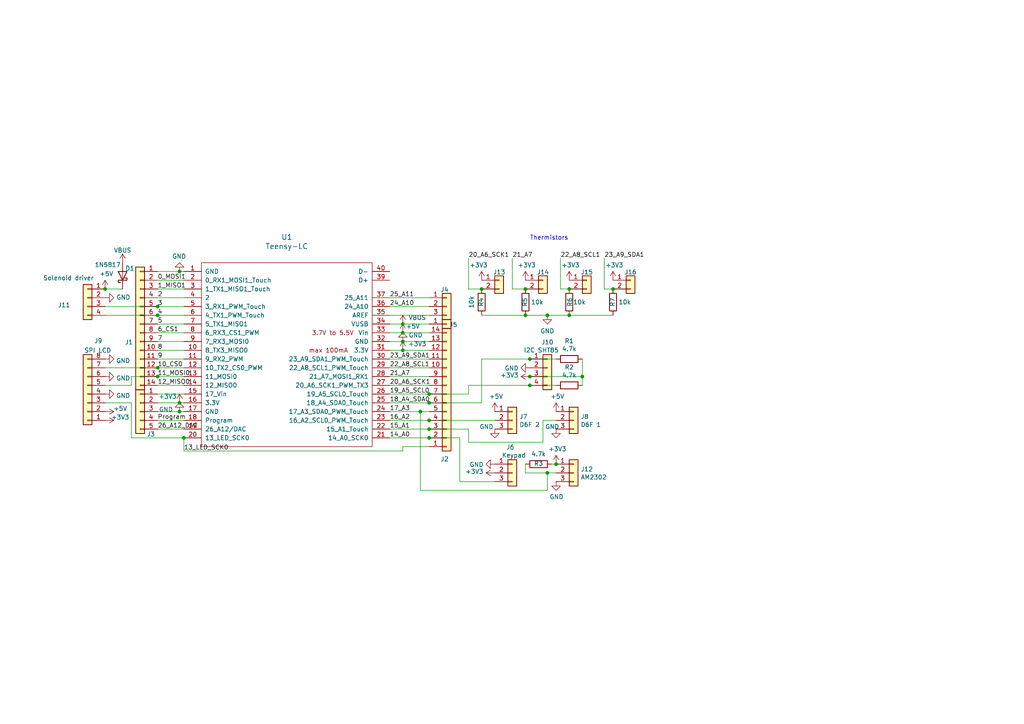
<source format=kicad_sch>
(kicad_sch (version 20210621) (generator eeschema)
  (paper "A4")
  (lib_symbols
    (symbol "Connector_Generic:Conn_01x01" (pin_names (offset 1.016) hide)
      (property "Reference" "J" (at 0 2.54 0))
      (property "Value" "Conn_01x01" (at 0 -2.54 0))
      (symbol "Conn_01x01_1_1"
        (rectangle (start -1.27 0.127) (end 0 -0.127) (stroke (width 0.1524)))
        (rectangle (start -1.27 1.27) (end 1.27 -1.27) (stroke (width 0.254)) (fill (type background)))
        (pin passive line (at -5.08 0 0) (length 3.81) (name "Pin_1") (number "1"))
      )
    )
    (symbol "Connector_Generic:Conn_01x02" (pin_names (offset 1.016) hide)
      (property "Reference" "J" (at 0 2.54 0))
      (property "Value" "Conn_01x02" (at 0 -5.08 0))
      (symbol "Conn_01x02_1_1"
        (rectangle (start -1.27 -2.413) (end 0 -2.667) (stroke (width 0.1524)))
        (rectangle (start -1.27 0.127) (end 0 -0.127) (stroke (width 0.1524)))
        (rectangle (start -1.27 1.27) (end 1.27 -3.81) (stroke (width 0.254)) (fill (type background)))
        (pin passive line (at -5.08 0 0) (length 3.81) (name "Pin_1") (number "1"))
        (pin passive line (at -5.08 -2.54 0) (length 3.81) (name "Pin_2") (number "2"))
      )
    )
    (symbol "Connector_Generic:Conn_01x03" (pin_names (offset 1.016) hide)
      (property "Reference" "J" (at 0 5.08 0))
      (property "Value" "Conn_01x03" (at 0 -5.08 0))
      (symbol "Conn_01x03_1_1"
        (rectangle (start -1.27 -2.413) (end 0 -2.667) (stroke (width 0.1524)))
        (rectangle (start -1.27 0.127) (end 0 -0.127) (stroke (width 0.1524)))
        (rectangle (start -1.27 2.667) (end 0 2.413) (stroke (width 0.1524)))
        (rectangle (start -1.27 3.81) (end 1.27 -3.81) (stroke (width 0.254)) (fill (type background)))
        (pin passive line (at -5.08 2.54 0) (length 3.81) (name "Pin_1") (number "1"))
        (pin passive line (at -5.08 0 0) (length 3.81) (name "Pin_2") (number "2"))
        (pin passive line (at -5.08 -2.54 0) (length 3.81) (name "Pin_3") (number "3"))
      )
    )
    (symbol "Connector_Generic:Conn_01x04" (pin_names (offset 1.016) hide)
      (property "Reference" "J" (at 0 5.08 0))
      (property "Value" "Conn_01x04" (at 0 -7.62 0))
      (symbol "Conn_01x04_1_1"
        (rectangle (start -1.27 -4.953) (end 0 -5.207) (stroke (width 0.1524)))
        (rectangle (start -1.27 -2.413) (end 0 -2.667) (stroke (width 0.1524)))
        (rectangle (start -1.27 0.127) (end 0 -0.127) (stroke (width 0.1524)))
        (rectangle (start -1.27 2.667) (end 0 2.413) (stroke (width 0.1524)))
        (rectangle (start -1.27 3.81) (end 1.27 -6.35) (stroke (width 0.254)) (fill (type background)))
        (pin passive line (at -5.08 2.54 0) (length 3.81) (name "Pin_1") (number "1"))
        (pin passive line (at -5.08 0 0) (length 3.81) (name "Pin_2") (number "2"))
        (pin passive line (at -5.08 -2.54 0) (length 3.81) (name "Pin_3") (number "3"))
        (pin passive line (at -5.08 -5.08 0) (length 3.81) (name "Pin_4") (number "4"))
      )
    )
    (symbol "Connector_Generic:Conn_01x05" (pin_names (offset 1.016) hide)
      (property "Reference" "J" (at 0 7.62 0))
      (property "Value" "Conn_01x05" (at 0 -7.62 0))
      (symbol "Conn_01x05_1_1"
        (rectangle (start -1.27 -4.953) (end 0 -5.207) (stroke (width 0.1524)))
        (rectangle (start -1.27 -2.413) (end 0 -2.667) (stroke (width 0.1524)))
        (rectangle (start -1.27 0.127) (end 0 -0.127) (stroke (width 0.1524)))
        (rectangle (start -1.27 2.667) (end 0 2.413) (stroke (width 0.1524)))
        (rectangle (start -1.27 5.207) (end 0 4.953) (stroke (width 0.1524)))
        (rectangle (start -1.27 6.35) (end 1.27 -6.35) (stroke (width 0.254)) (fill (type background)))
        (pin passive line (at -5.08 5.08 0) (length 3.81) (name "Pin_1") (number "1"))
        (pin passive line (at -5.08 2.54 0) (length 3.81) (name "Pin_2") (number "2"))
        (pin passive line (at -5.08 0 0) (length 3.81) (name "Pin_3") (number "3"))
        (pin passive line (at -5.08 -2.54 0) (length 3.81) (name "Pin_4") (number "4"))
        (pin passive line (at -5.08 -5.08 0) (length 3.81) (name "Pin_5") (number "5"))
      )
    )
    (symbol "Connector_Generic:Conn_01x08" (pin_names (offset 1.016) hide)
      (property "Reference" "J" (at 0 10.16 0))
      (property "Value" "Conn_01x08" (at 0 -12.7 0))
      (symbol "Conn_01x08_1_1"
        (rectangle (start -1.27 -10.033) (end 0 -10.287) (stroke (width 0.1524)))
        (rectangle (start -1.27 -7.493) (end 0 -7.747) (stroke (width 0.1524)))
        (rectangle (start -1.27 -4.953) (end 0 -5.207) (stroke (width 0.1524)))
        (rectangle (start -1.27 -2.413) (end 0 -2.667) (stroke (width 0.1524)))
        (rectangle (start -1.27 0.127) (end 0 -0.127) (stroke (width 0.1524)))
        (rectangle (start -1.27 2.667) (end 0 2.413) (stroke (width 0.1524)))
        (rectangle (start -1.27 5.207) (end 0 4.953) (stroke (width 0.1524)))
        (rectangle (start -1.27 7.747) (end 0 7.493) (stroke (width 0.1524)))
        (rectangle (start -1.27 8.89) (end 1.27 -11.43) (stroke (width 0.254)) (fill (type background)))
        (pin passive line (at -5.08 7.62 0) (length 3.81) (name "Pin_1") (number "1"))
        (pin passive line (at -5.08 5.08 0) (length 3.81) (name "Pin_2") (number "2"))
        (pin passive line (at -5.08 2.54 0) (length 3.81) (name "Pin_3") (number "3"))
        (pin passive line (at -5.08 0 0) (length 3.81) (name "Pin_4") (number "4"))
        (pin passive line (at -5.08 -2.54 0) (length 3.81) (name "Pin_5") (number "5"))
        (pin passive line (at -5.08 -5.08 0) (length 3.81) (name "Pin_6") (number "6"))
        (pin passive line (at -5.08 -7.62 0) (length 3.81) (name "Pin_7") (number "7"))
        (pin passive line (at -5.08 -10.16 0) (length 3.81) (name "Pin_8") (number "8"))
      )
    )
    (symbol "Connector_Generic:Conn_01x14" (pin_names (offset 1.016) hide)
      (property "Reference" "J" (at 0 17.78 0))
      (property "Value" "Conn_01x14" (at 0 -20.32 0))
      (symbol "Conn_01x14_1_1"
        (rectangle (start -1.27 -17.653) (end 0 -17.907) (stroke (width 0.1524)))
        (rectangle (start -1.27 -15.113) (end 0 -15.367) (stroke (width 0.1524)))
        (rectangle (start -1.27 -12.573) (end 0 -12.827) (stroke (width 0.1524)))
        (rectangle (start -1.27 -10.033) (end 0 -10.287) (stroke (width 0.1524)))
        (rectangle (start -1.27 -7.493) (end 0 -7.747) (stroke (width 0.1524)))
        (rectangle (start -1.27 -4.953) (end 0 -5.207) (stroke (width 0.1524)))
        (rectangle (start -1.27 -2.413) (end 0 -2.667) (stroke (width 0.1524)))
        (rectangle (start -1.27 0.127) (end 0 -0.127) (stroke (width 0.1524)))
        (rectangle (start -1.27 2.667) (end 0 2.413) (stroke (width 0.1524)))
        (rectangle (start -1.27 5.207) (end 0 4.953) (stroke (width 0.1524)))
        (rectangle (start -1.27 7.747) (end 0 7.493) (stroke (width 0.1524)))
        (rectangle (start -1.27 10.287) (end 0 10.033) (stroke (width 0.1524)))
        (rectangle (start -1.27 12.827) (end 0 12.573) (stroke (width 0.1524)))
        (rectangle (start -1.27 15.367) (end 0 15.113) (stroke (width 0.1524)))
        (rectangle (start -1.27 16.51) (end 1.27 -19.05) (stroke (width 0.254)) (fill (type background)))
        (pin passive line (at -5.08 15.24 0) (length 3.81) (name "Pin_1") (number "1"))
        (pin passive line (at -5.08 -7.62 0) (length 3.81) (name "Pin_10") (number "10"))
        (pin passive line (at -5.08 -10.16 0) (length 3.81) (name "Pin_11") (number "11"))
        (pin passive line (at -5.08 -12.7 0) (length 3.81) (name "Pin_12") (number "12"))
        (pin passive line (at -5.08 -15.24 0) (length 3.81) (name "Pin_13") (number "13"))
        (pin passive line (at -5.08 -17.78 0) (length 3.81) (name "Pin_14") (number "14"))
        (pin passive line (at -5.08 12.7 0) (length 3.81) (name "Pin_2") (number "2"))
        (pin passive line (at -5.08 10.16 0) (length 3.81) (name "Pin_3") (number "3"))
        (pin passive line (at -5.08 7.62 0) (length 3.81) (name "Pin_4") (number "4"))
        (pin passive line (at -5.08 5.08 0) (length 3.81) (name "Pin_5") (number "5"))
        (pin passive line (at -5.08 2.54 0) (length 3.81) (name "Pin_6") (number "6"))
        (pin passive line (at -5.08 0 0) (length 3.81) (name "Pin_7") (number "7"))
        (pin passive line (at -5.08 -2.54 0) (length 3.81) (name "Pin_8") (number "8"))
        (pin passive line (at -5.08 -5.08 0) (length 3.81) (name "Pin_9") (number "9"))
      )
    )
    (symbol "Device:R" (pin_numbers hide) (pin_names (offset 0))
      (property "Reference" "R" (at 2.032 0 90))
      (property "Value" "R" (at 0 0 90))
      (symbol "R_0_1"
        (rectangle (start -1.016 -2.54) (end 1.016 2.54) (stroke (width 0.254)))
      )
      (symbol "R_1_1"
        (pin passive line (at 0 3.81 270) (length 1.27) (name "~") (number "1"))
        (pin passive line (at 0 -3.81 90) (length 1.27) (name "~") (number "2"))
      )
    )
    (symbol "Diode:1N5817" (pin_numbers hide) (pin_names (offset 1.016) hide)
      (property "Reference" "D" (at 0 2.54 0))
      (property "Value" "1N5817" (at 0 -2.54 0))
      (symbol "1N5817_0_1"
        (polyline (pts (xy 1.27 0) (xy -1.27 0)))
        (polyline (pts (xy 1.27 1.27) (xy 1.27 -1.27) (xy -1.27 0) (xy 1.27 1.27)) (stroke (width 0.254)))
        (polyline (pts (xy -1.905 0.635) (xy -1.905 1.27) (xy -1.27 1.27) (xy -1.27 -1.27) (xy -0.635 -1.27) (xy -0.635 -0.635)) (stroke (width 0.254)))
      )
      (symbol "1N5817_1_1"
        (pin passive line (at -3.81 0 0) (length 2.54) (name "K") (number "1"))
        (pin passive line (at 3.81 0 180) (length 2.54) (name "A") (number "2"))
      )
    )
    (symbol "power:+3.3V" (power) (pin_names (offset 0))
      (property "Value" "+3.3V" (at 0 3.556 0))
      (symbol "+3.3V_0_1"
        (polyline (pts (xy -0.762 1.27) (xy 0 2.54)))
        (polyline (pts (xy 0 0) (xy 0 2.54)))
        (polyline (pts (xy 0 2.54) (xy 0.762 1.27)))
      )
      (symbol "+3.3V_1_1"
        (pin power_in line (at 0 0 90) (length 0) hide (name "+3V3") (number "1"))
      )
    )
    (symbol "power:+5V" (power) (pin_names (offset 0))
      (property "Value" "+5V" (at 0 3.556 0))
      (symbol "+5V_0_1"
        (polyline (pts (xy -0.762 1.27) (xy 0 2.54)))
        (polyline (pts (xy 0 0) (xy 0 2.54)))
        (polyline (pts (xy 0 2.54) (xy 0.762 1.27)))
      )
      (symbol "+5V_1_1"
        (pin power_in line (at 0 0 90) (length 0) hide (name "+5V") (number "1"))
      )
    )
    (symbol "power:GND" (power) (pin_names (offset 0))
      (property "Value" "GND" (at 0 -3.81 0))
      (symbol "GND_0_1"
        (polyline (pts (xy 0 0) (xy 0 -1.27) (xy 1.27 -1.27) (xy 0 -2.54) (xy -1.27 -1.27) (xy 0 -1.27)))
      )
      (symbol "GND_1_1"
        (pin power_in line (at 0 0 270) (length 0) hide (name "GND") (number "1"))
      )
    )
    (symbol "power:VBUS" (power) (pin_names (offset 0))
      (property "Value" "VBUS" (at 0 3.81 0))
      (symbol "VBUS_0_1"
        (polyline (pts (xy -0.762 1.27) (xy 0 2.54)))
        (polyline (pts (xy 0 0) (xy 0 2.54)))
        (polyline (pts (xy 0 2.54) (xy 0.762 1.27)))
      )
      (symbol "VBUS_1_1"
        (pin power_in line (at 0 0 90) (length 0) hide (name "VBUS") (number "1"))
      )
    )
    (symbol "teensy:Teensy-LC" (pin_names (offset 1.016))
      (property "Reference" "U" (at 0 29.21 0))
      (property "Value" "Teensy-LC" (at 0 -29.21 0))
      (symbol "Teensy-LC_0_0"
        (text "3.7V to 5.5V" (at 13.97 6.35 0) (effects (font (size 1.27 1.27))))
        (text "max 100mA" (at 12.7 1.27 0) (effects (font (size 1.27 1.27))))
      )
      (symbol "Teensy-LC_0_1"
        (rectangle (start -24.13 26.67) (end 25.4 -26.67))
      )
      (symbol "Teensy-LC_1_1"
        (pin power_in line (at -29.21 24.13 0) (length 5.08) (name "GND") (number "1"))
        (pin bidirectional line (at -29.21 1.27 0) (length 5.08) (name "8_TX3_MISO0") (number "10"))
        (pin bidirectional line (at -29.21 -1.27 0) (length 5.08) (name "9_RX2_PWM") (number "11"))
        (pin bidirectional line (at -29.21 -3.81 0) (length 5.08) (name "10_TX2_CS0_PWM") (number "12"))
        (pin bidirectional line (at -29.21 -6.35 0) (length 5.08) (name "11_MOSI0") (number "13"))
        (pin bidirectional line (at -29.21 -8.89 0) (length 5.08) (name "12_MISO0") (number "14"))
        (pin output line (at -29.21 -11.43 0) (length 5.08) (name "17_Vin") (number "15"))
        (pin power_in line (at -29.21 -13.97 0) (length 5.08) (name "3.3V") (number "16"))
        (pin power_in line (at -29.21 -16.51 0) (length 5.08) (name "GND") (number "17"))
        (pin input line (at -29.21 -19.05 0) (length 5.08) (name "Program") (number "18"))
        (pin bidirectional line (at -29.21 -21.59 0) (length 5.08) (name "26_A12/DAC") (number "19"))
        (pin bidirectional line (at -29.21 21.59 0) (length 5.08) (name "0_RX1_MOSI1_Touch") (number "2"))
        (pin bidirectional line (at -29.21 -24.13 0) (length 5.08) (name "13_LED_SCK0") (number "20"))
        (pin bidirectional line (at 30.48 -24.13 180) (length 5.08) (name "14_A0_SCK0") (number "21"))
        (pin bidirectional line (at 30.48 -21.59 180) (length 5.08) (name "15_A1_Touch") (number "22"))
        (pin bidirectional line (at 30.48 -19.05 180) (length 5.08) (name "16_A2_SCL0_PWM_Touch") (number "23"))
        (pin bidirectional line (at 30.48 -16.51 180) (length 5.08) (name "17_A3_SDA0_PWM_Touch") (number "24"))
        (pin bidirectional line (at 30.48 -13.97 180) (length 5.08) (name "18_A4_SDA0_Touch") (number "25"))
        (pin bidirectional line (at 30.48 -11.43 180) (length 5.08) (name "19_A5_SCL0_Touch") (number "26"))
        (pin bidirectional line (at 30.48 -8.89 180) (length 5.08) (name "20_A6_SCK1_PWM_TX3") (number "27"))
        (pin bidirectional line (at 30.48 -6.35 180) (length 5.08) (name "21_A7_MOSI1_RX1") (number "28"))
        (pin bidirectional line (at 30.48 -3.81 180) (length 5.08) (name "22_A8_SCL1_PWM_Touch") (number "29"))
        (pin bidirectional line (at -29.21 19.05 0) (length 5.08) (name "1_TX1_MISO1_Touch") (number "3"))
        (pin bidirectional line (at 30.48 -1.27 180) (length 5.08) (name "23_A9_SDA1_PWM_Touch") (number "30"))
        (pin power_out line (at 30.48 1.27 180) (length 5.08) (name "3.3V") (number "31"))
        (pin power_in line (at 30.48 3.81 180) (length 5.08) (name "GND") (number "32"))
        (pin power_in line (at 30.48 6.35 180) (length 5.08) (name "Vin") (number "33"))
        (pin power_in line (at 30.48 8.89 180) (length 5.08) (name "VUSB") (number "34"))
        (pin input line (at 30.48 11.43 180) (length 5.08) (name "AREF") (number "35"))
        (pin bidirectional line (at 30.48 13.97 180) (length 5.08) (name "24_A10") (number "36"))
        (pin bidirectional line (at 30.48 16.51 180) (length 5.08) (name "25_A11") (number "37"))
        (pin bidirectional line (at 30.48 21.59 180) (length 5.08) (name "D+") (number "39"))
        (pin bidirectional line (at -29.21 16.51 0) (length 5.08) (name "2") (number "4"))
        (pin bidirectional line (at 30.48 24.13 180) (length 5.08) (name "D-") (number "40"))
        (pin bidirectional line (at -29.21 13.97 0) (length 5.08) (name "3_RX1_PWM_Touch") (number "5"))
        (pin bidirectional line (at -29.21 11.43 0) (length 5.08) (name "4_TX1_PWM_Touch") (number "6"))
        (pin bidirectional line (at -29.21 8.89 0) (length 5.08) (name "5_TX1_MISO1") (number "7"))
        (pin bidirectional line (at -29.21 6.35 0) (length 5.08) (name "6_RX3_CS1_PWM") (number "8"))
        (pin bidirectional line (at -29.21 3.81 0) (length 5.08) (name "7_RX3_MOSI0") (number "9"))
      )
    )
  )
  (junction (at 30.48 83.82))
  (junction (at 45.72 88.9))
  (junction (at 45.72 91.44))
  (junction (at 45.72 106.68))
  (junction (at 45.72 109.22))
  (junction (at 52.07 78.74))
  (junction (at 52.07 116.84))
  (junction (at 52.07 119.38))
  (junction (at 53.34 127))
  (junction (at 116.84 93.98))
  (junction (at 116.84 96.52))
  (junction (at 116.84 99.06))
  (junction (at 116.84 101.6))
  (junction (at 121.92 119.38))
  (junction (at 124.46 114.3))
  (junction (at 124.46 116.84))
  (junction (at 124.46 121.92))
  (junction (at 124.46 124.46))
  (junction (at 124.46 127))
  (junction (at 139.7 83.82))
  (junction (at 152.4 83.82))
  (junction (at 152.4 91.44))
  (junction (at 153.67 104.14))
  (junction (at 153.67 109.22))
  (junction (at 153.67 111.76))
  (junction (at 158.75 91.44))
  (junction (at 158.75 137.16))
  (junction (at 161.29 134.62))
  (junction (at 165.1 83.82))
  (junction (at 165.1 91.44))
  (junction (at 168.91 109.22))
  (junction (at 177.8 83.82))
  (wire (pts (xy 30.48 83.82) (xy 35.56 83.82)))
  (wire (pts (xy 30.48 88.9) (xy 45.72 88.9)))
  (wire (pts (xy 30.48 91.44) (xy 45.72 91.44)))
  (wire (pts (xy 30.48 106.68) (xy 45.72 106.68)))
  (wire (pts (xy 30.48 111.76) (xy 38.1 111.76)))
  (wire (pts (xy 30.48 116.84) (xy 38.1 116.84)))
  (wire (pts (xy 38.1 109.22) (xy 38.1 111.76)))
  (wire (pts (xy 38.1 127) (xy 38.1 116.84)))
  (wire (pts (xy 45.72 78.74) (xy 52.07 78.74)))
  (wire (pts (xy 45.72 81.28) (xy 53.34 81.28)))
  (wire (pts (xy 45.72 83.82) (xy 53.34 83.82)))
  (wire (pts (xy 45.72 86.36) (xy 53.34 86.36)))
  (wire (pts (xy 45.72 88.9) (xy 53.34 88.9)))
  (wire (pts (xy 45.72 91.44) (xy 53.34 91.44)))
  (wire (pts (xy 45.72 93.98) (xy 53.34 93.98)))
  (wire (pts (xy 45.72 96.52) (xy 53.34 96.52)))
  (wire (pts (xy 45.72 99.06) (xy 53.34 99.06)))
  (wire (pts (xy 45.72 101.6) (xy 53.34 101.6)))
  (wire (pts (xy 45.72 104.14) (xy 53.34 104.14)))
  (wire (pts (xy 45.72 106.68) (xy 53.34 106.68)))
  (wire (pts (xy 45.72 109.22) (xy 38.1 109.22)))
  (wire (pts (xy 45.72 109.22) (xy 53.34 109.22)))
  (wire (pts (xy 45.72 111.76) (xy 53.34 111.76)))
  (wire (pts (xy 45.72 114.3) (xy 53.34 114.3)))
  (wire (pts (xy 45.72 116.84) (xy 52.07 116.84)))
  (wire (pts (xy 45.72 119.38) (xy 52.07 119.38)))
  (wire (pts (xy 45.72 121.92) (xy 53.34 121.92)))
  (wire (pts (xy 45.72 124.46) (xy 53.34 124.46)))
  (wire (pts (xy 52.07 78.74) (xy 53.34 78.74)))
  (wire (pts (xy 52.07 116.84) (xy 53.34 116.84)))
  (wire (pts (xy 52.07 119.38) (xy 53.34 119.38)))
  (wire (pts (xy 53.34 127) (xy 38.1 127)))
  (wire (pts (xy 53.34 127) (xy 53.34 130.81)))
  (wire (pts (xy 53.34 130.81) (xy 116.84 130.81)))
  (wire (pts (xy 113.03 86.36) (xy 124.46 86.36)))
  (wire (pts (xy 113.03 88.9) (xy 124.46 88.9)))
  (wire (pts (xy 113.03 91.44) (xy 124.46 91.44)))
  (wire (pts (xy 113.03 93.98) (xy 116.84 93.98)))
  (wire (pts (xy 113.03 96.52) (xy 116.84 96.52)))
  (wire (pts (xy 116.84 93.98) (xy 124.46 93.98)))
  (wire (pts (xy 116.84 96.52) (xy 124.46 96.52)))
  (wire (pts (xy 116.84 99.06) (xy 113.03 99.06)))
  (wire (pts (xy 116.84 101.6) (xy 113.03 101.6)))
  (wire (pts (xy 116.84 129.54) (xy 124.46 129.54)))
  (wire (pts (xy 116.84 130.81) (xy 116.84 129.54)))
  (wire (pts (xy 121.92 119.38) (xy 113.03 119.38)))
  (wire (pts (xy 121.92 119.38) (xy 121.92 142.24)))
  (wire (pts (xy 124.46 99.06) (xy 116.84 99.06)))
  (wire (pts (xy 124.46 101.6) (xy 116.84 101.6)))
  (wire (pts (xy 124.46 104.14) (xy 113.03 104.14)))
  (wire (pts (xy 124.46 106.68) (xy 113.03 106.68)))
  (wire (pts (xy 124.46 109.22) (xy 113.03 109.22)))
  (wire (pts (xy 124.46 111.76) (xy 113.03 111.76)))
  (wire (pts (xy 124.46 114.3) (xy 113.03 114.3)))
  (wire (pts (xy 124.46 116.84) (xy 113.03 116.84)))
  (wire (pts (xy 124.46 119.38) (xy 121.92 119.38)))
  (wire (pts (xy 124.46 121.92) (xy 113.03 121.92)))
  (wire (pts (xy 124.46 121.92) (xy 143.51 121.92)))
  (wire (pts (xy 124.46 124.46) (xy 113.03 124.46)))
  (wire (pts (xy 124.46 127) (xy 113.03 127)))
  (wire (pts (xy 133.35 127) (xy 124.46 127)))
  (wire (pts (xy 133.35 139.7) (xy 133.35 127)))
  (wire (pts (xy 135.89 74.93) (xy 135.89 83.82)))
  (wire (pts (xy 135.89 83.82) (xy 139.7 83.82)))
  (wire (pts (xy 135.89 111.76) (xy 135.89 114.3)))
  (wire (pts (xy 135.89 114.3) (xy 124.46 114.3)))
  (wire (pts (xy 135.89 124.46) (xy 124.46 124.46)))
  (wire (pts (xy 135.89 128.27) (xy 135.89 124.46)))
  (wire (pts (xy 139.7 91.44) (xy 152.4 91.44)))
  (wire (pts (xy 139.7 104.14) (xy 139.7 116.84)))
  (wire (pts (xy 139.7 116.84) (xy 124.46 116.84)))
  (wire (pts (xy 143.51 139.7) (xy 133.35 139.7)))
  (wire (pts (xy 148.59 74.93) (xy 148.59 83.82)))
  (wire (pts (xy 152.4 83.82) (xy 148.59 83.82)))
  (wire (pts (xy 152.4 91.44) (xy 158.75 91.44)))
  (wire (pts (xy 152.4 134.62) (xy 152.4 137.16)))
  (wire (pts (xy 152.4 137.16) (xy 158.75 137.16)))
  (wire (pts (xy 153.67 104.14) (xy 139.7 104.14)))
  (wire (pts (xy 153.67 111.76) (xy 135.89 111.76)))
  (wire (pts (xy 157.48 121.92) (xy 157.48 128.27)))
  (wire (pts (xy 157.48 128.27) (xy 135.89 128.27)))
  (wire (pts (xy 158.75 91.44) (xy 165.1 91.44)))
  (wire (pts (xy 158.75 137.16) (xy 158.75 142.24)))
  (wire (pts (xy 158.75 142.24) (xy 121.92 142.24)))
  (wire (pts (xy 160.02 134.62) (xy 161.29 134.62)))
  (wire (pts (xy 161.29 104.14) (xy 153.67 104.14)))
  (wire (pts (xy 161.29 111.76) (xy 153.67 111.76)))
  (wire (pts (xy 161.29 121.92) (xy 157.48 121.92)))
  (wire (pts (xy 161.29 137.16) (xy 158.75 137.16)))
  (wire (pts (xy 162.56 74.93) (xy 162.56 83.82)))
  (wire (pts (xy 162.56 83.82) (xy 165.1 83.82)))
  (wire (pts (xy 165.1 91.44) (xy 177.8 91.44)))
  (wire (pts (xy 168.91 104.14) (xy 168.91 109.22)))
  (wire (pts (xy 168.91 109.22) (xy 153.67 109.22)))
  (wire (pts (xy 168.91 111.76) (xy 168.91 109.22)))
  (wire (pts (xy 175.26 74.93) (xy 175.26 83.82)))
  (wire (pts (xy 177.8 83.82) (xy 175.26 83.82)))
  (text "Thermistors" (at 153.67 69.85 0) (effects (font (size 1.27 1.27)) (justify left bottom)))
  (label "0_MOSI1" (at 45.72 81.28 0))
  (label "1_MISO1" (at 45.72 83.82 0))
  (label "2" (at 45.72 86.36 0))
  (label "3" (at 45.72 88.9 0))
  (label "4" (at 45.72 91.44 0))
  (label "5" (at 45.72 93.98 0))
  (label "6_CS1" (at 45.72 96.52 0))
  (label "7" (at 45.72 99.06 0))
  (label "8" (at 45.72 101.6 0))
  (label "9" (at 45.72 104.14 0))
  (label "10_CS0" (at 45.72 106.68 0))
  (label "11_MOSI0" (at 45.72 109.22 0))
  (label "12_MISO0" (at 45.72 111.76 0))
  (label "Program" (at 45.72 121.92 0))
  (label "26_A12_DAC" (at 45.72 124.46 0))
  (label "13_LED_SCK0" (at 53.34 130.81 0))
  (label "25_A11" (at 113.03 86.36 0))
  (label "24_A10" (at 113.03 88.9 0))
  (label "23_A9_SDA1" (at 113.03 104.14 0))
  (label "22_A8_SCL1" (at 113.03 106.68 0))
  (label "21_A7" (at 113.03 109.22 0))
  (label "20_A6_SCK1" (at 113.03 111.76 0))
  (label "19_A5_SCL0" (at 113.03 114.3 0))
  (label "18_A4_SDA0" (at 113.03 116.84 0))
  (label "17_A3" (at 113.03 119.38 0))
  (label "16_A2" (at 113.03 121.92 0))
  (label "15_A1" (at 113.03 124.46 0))
  (label "14_A0" (at 113.03 127 0))
  (label "20_A6_SCK1" (at 135.89 74.93 0))
  (label "21_A7" (at 148.59 74.93 0))
  (label "22_A8_SCL1" (at 162.56 74.93 0))
  (label "23_A9_SDA1" (at 175.26 74.93 0))
  (symbol (lib_id "power:+5V") (at 30.48 83.82 0) (unit 1)
    (property "Reference" "#PWR0118" (effects hide))
    (property "Value" "+5V" (at 30.861 79.4258 0))
  )
  (symbol (lib_id "power:+5V") (at 30.48 119.38 270) (unit 1)
    (property "Reference" "#PWR0102" (effects hide))
    (property "Value" "+5V" (at 34.8742 118.491 90))
  )
  (symbol (lib_id "power:+3.3V") (at 30.48 121.92 270) (unit 1)
    (property "Reference" "#PWR0113" (effects hide))
    (property "Value" "+3.3V" (at 34.8742 121.031 90))
  )
  (symbol (lib_id "power:VBUS") (at 35.56 76.2 0) (unit 1)
    (property "Reference" "#PWR0130" (effects hide))
    (property "Value" "VBUS" (at 35.56 72.5954 0))
  )
  (symbol (lib_id "power:+3.3V") (at 52.07 116.84 0) (unit 1)
    (property "Reference" "#PWR0103" (effects hide))
    (property "Value" "+3.3V" (at 48.641 114.9858 0))
  )
  (symbol (lib_id "power:VBUS") (at 116.84 93.98 0) (unit 1)
    (property "Reference" "#PWR0105" (effects hide))
    (property "Value" "VBUS" (at 121.031 92.1258 0))
  )
  (symbol (lib_id "power:+5V") (at 116.84 96.52 0) (unit 1)
    (property "Reference" "#PWR0106" (effects hide))
    (property "Value" "+5V" (at 119.761 94.6658 0))
  )
  (symbol (lib_id "power:+3.3V") (at 116.84 101.6 0) (unit 1)
    (property "Reference" "#PWR0108" (effects hide))
    (property "Value" "+3.3V" (at 121.031 99.7458 0))
  )
  (symbol (lib_id "power:+3.3V") (at 139.7 81.28 0) (unit 1)
    (property "Reference" "#PWR0125" (effects hide))
    (property "Value" "+3.3V" (at 138.811 76.8858 0))
  )
  (symbol (lib_id "power:+5V") (at 143.51 119.38 0) (unit 1)
    (property "Reference" "#PWR0112" (effects hide))
    (property "Value" "+5V" (at 143.891 114.9858 0))
  )
  (symbol (lib_id "power:+3.3V") (at 143.51 137.16 90) (unit 1)
    (property "Reference" "#PWR0115" (effects hide))
    (property "Value" "+3.3V" (at 140.2588 136.779 90) (effects (justify left)))
  )
  (symbol (lib_id "power:+3.3V") (at 152.4 81.28 0) (unit 1)
    (property "Reference" "#PWR0124" (effects hide))
    (property "Value" "+3.3V" (at 152.781 76.8858 0))
  )
  (symbol (lib_id "power:+3.3V") (at 153.67 109.22 90) (unit 1)
    (property "Reference" "#PWR0117" (effects hide))
    (property "Value" "+3.3V" (at 150.4188 108.839 90) (effects (justify left)))
  )
  (symbol (lib_id "power:+5V") (at 161.29 119.38 0) (unit 1)
    (property "Reference" "#PWR0109" (effects hide))
    (property "Value" "+5V" (at 161.671 114.9858 0))
  )
  (symbol (lib_id "power:+3.3V") (at 161.29 134.62 0) (unit 1)
    (property "Reference" "#PWR0120" (effects hide))
    (property "Value" "+3.3V" (at 161.671 130.2258 0))
  )
  (symbol (lib_id "power:+3.3V") (at 165.1 81.28 0) (unit 1)
    (property "Reference" "#PWR0123" (effects hide))
    (property "Value" "+3.3V" (at 165.481 76.8858 0))
  )
  (symbol (lib_id "power:+3.3V") (at 177.8 81.28 0) (unit 1)
    (property "Reference" "#PWR0122" (effects hide))
    (property "Value" "+3.3V" (at 178.181 76.8858 0))
  )
  (symbol (lib_id "power:GND") (at 30.48 86.36 90) (unit 1)
    (property "Reference" "#PWR0119" (effects hide))
    (property "Value" "GND" (at 33.7312 86.233 90) (effects (justify right)))
  )
  (symbol (lib_id "power:GND") (at 30.48 104.14 90) (unit 1)
    (property "Reference" "#PWR0131" (effects hide))
    (property "Value" "GND" (at 33.6551 104.619 90) (effects (justify right)))
  )
  (symbol (lib_id "power:GND") (at 30.48 109.22 90) (unit 1)
    (property "Reference" "#PWR0132" (effects hide))
    (property "Value" "GND" (at 33.6551 109.699 90) (effects (justify right)))
  )
  (symbol (lib_id "power:GND") (at 30.48 114.3 90) (unit 1)
    (property "Reference" "#PWR0133" (effects hide))
    (property "Value" "GND" (at 33.6551 114.779 90) (effects (justify right)))
  )
  (symbol (lib_id "power:GND") (at 52.07 78.74 180) (unit 1)
    (property "Reference" "#PWR0101" (effects hide))
    (property "Value" "GND" (at 51.943 74.3458 0))
  )
  (symbol (lib_id "power:GND") (at 52.07 119.38 180) (unit 1)
    (property "Reference" "#PWR0104" (effects hide))
    (property "Value" "GND" (at 48.133 118.7958 0))
  )
  (symbol (lib_id "power:GND") (at 116.84 99.06 180) (unit 1)
    (property "Reference" "#PWR0107" (effects hide))
    (property "Value" "GND" (at 120.523 97.2058 0))
  )
  (symbol (lib_id "power:GND") (at 143.51 124.46 0) (unit 1)
    (property "Reference" "#PWR0111" (effects hide))
    (property "Value" "GND" (at 141.097 123.7742 0))
  )
  (symbol (lib_id "power:GND") (at 143.51 134.62 270) (unit 1)
    (property "Reference" "#PWR0114" (effects hide))
    (property "Value" "GND" (at 140.2588 134.747 90) (effects (justify right)))
  )
  (symbol (lib_id "power:GND") (at 153.67 106.68 270) (unit 1)
    (property "Reference" "#PWR0116" (effects hide))
    (property "Value" "GND" (at 150.4188 106.807 90) (effects (justify right)))
  )
  (symbol (lib_id "power:GND") (at 158.75 91.44 0) (unit 1)
    (property "Reference" "#PWR0126" (effects hide))
    (property "Value" "GND" (at 158.75 96.0026 0))
  )
  (symbol (lib_id "power:GND") (at 161.29 124.46 0) (unit 1)
    (property "Reference" "#PWR0110" (effects hide))
    (property "Value" "GND" (at 160.147 123.7742 0))
  )
  (symbol (lib_id "power:GND") (at 161.29 139.7 0) (unit 1)
    (property "Reference" "#PWR0121" (effects hide))
    (property "Value" "GND" (at 161.417 144.0942 0))
  )
  (symbol (lib_id "Connector_Generic:Conn_01x01") (at 129.54 93.98 0) (unit 1)
    (property "Reference" "J5" (at 130.302 94.1832 0) (effects (justify left)))
    (property "Value" "Conn_01x01" (effects hide))
    (property "Footprint" "Connector_PinSocket_2.54mm:PinSocket_1x01_P2.54mm_Vertical" (effects hide))
  )
  (symbol (lib_id "Device:R") (at 139.7 87.63 0) (mirror x) (unit 1)
    (property "Reference" "R4" (at 139.5222 87.63 90))
    (property "Value" "10k" (at 136.7536 87.63 90))
    (property "Footprint" "Resistor_SMD:R_0805_2012Metric" (effects hide))
  )
  (symbol (lib_id "Device:R") (at 152.4 87.63 0) (mirror x) (unit 1)
    (property "Reference" "R5" (at 152.2222 87.63 90))
    (property "Value" "10k" (at 155.8036 87.63 0))
    (property "Footprint" "Resistor_SMD:R_0805_2012Metric" (effects hide))
  )
  (symbol (lib_id "Device:R") (at 156.21 134.62 90) (mirror x) (unit 1)
    (property "Reference" "R3" (at 156.21 134.4422 90))
    (property "Value" "4.7k" (at 156.21 131.6736 90))
    (property "Footprint" "Resistor_SMD:R_0805_2012Metric" (effects hide))
  )
  (symbol (lib_id "Device:R") (at 165.1 87.63 180) (unit 1)
    (property "Reference" "R6" (at 165.2778 87.63 90))
    (property "Value" "10k" (at 168.0464 87.63 0))
    (property "Footprint" "Resistor_SMD:R_0805_2012Metric" (effects hide))
  )
  (symbol (lib_id "Device:R") (at 165.1 104.14 270) (unit 1)
    (property "Reference" "R1" (at 165.1 98.8822 90))
    (property "Value" "4.7k" (at 165.1 101.1936 90))
    (property "Footprint" "Resistor_SMD:R_0805_2012Metric" (effects hide))
  )
  (symbol (lib_id "Device:R") (at 165.1 111.76 270) (unit 1)
    (property "Reference" "R2" (at 165.1 106.5022 90))
    (property "Value" "4.7k" (at 165.1 108.8136 90))
    (property "Footprint" "Resistor_SMD:R_0805_2012Metric" (effects hide))
  )
  (symbol (lib_id "Device:R") (at 177.8 87.63 0) (mirror x) (unit 1)
    (property "Reference" "R7" (at 177.6222 87.63 90))
    (property "Value" "10k" (at 181.2036 87.63 0))
    (property "Footprint" "Resistor_SMD:R_0805_2012Metric" (effects hide))
  )
  (symbol (lib_id "Diode:1N5817") (at 35.56 80.01 90) (unit 1)
    (property "Reference" "D1" (at 36.3221 77.8315 90) (effects (justify right)))
    (property "Value" "1N5817" (at 27.4321 76.7966 90) (effects (justify right)))
    (property "Footprint" "Diode_SMD:D_SOD-123" (effects hide))
    (property "Datasheet" "http://www.vishay.com/docs/88525/1n5817.pdf" (effects hide))
  )
  (symbol (lib_id "Connector_Generic:Conn_01x02") (at 144.78 81.28 0) (unit 1)
    (property "Reference" "J13" (at 143.002 78.9432 0) (effects (justify left)))
    (property "Value" "Conn_01x02" (effects hide))
    (property "Footprint" "Connector_PinHeader_2.54mm:PinHeader_1x02_P2.54mm_Vertical" (effects hide))
  )
  (symbol (lib_id "Connector_Generic:Conn_01x02") (at 157.48 81.28 0) (unit 1)
    (property "Reference" "J14" (at 155.702 78.9432 0) (effects (justify left)))
    (property "Value" "Conn_01x02" (effects hide))
    (property "Footprint" "Connector_PinHeader_2.54mm:PinHeader_1x02_P2.54mm_Vertical" (effects hide))
  )
  (symbol (lib_id "Connector_Generic:Conn_01x02") (at 170.18 81.28 0) (unit 1)
    (property "Reference" "J15" (at 168.402 78.9432 0) (effects (justify left)))
    (property "Value" "Conn_01x02" (effects hide))
    (property "Footprint" "Connector_PinHeader_2.54mm:PinHeader_1x02_P2.54mm_Vertical" (effects hide))
  )
  (symbol (lib_id "Connector_Generic:Conn_01x02") (at 182.88 81.28 0) (unit 1)
    (property "Reference" "J16" (at 181.102 78.9432 0) (effects (justify left)))
    (property "Value" "Conn_01x02" (effects hide))
    (property "Footprint" "Connector_PinHeader_2.54mm:PinHeader_1x02_P2.54mm_Vertical" (effects hide))
  )
  (symbol (lib_id "Connector_Generic:Conn_01x03") (at 129.54 88.9 0) (unit 1)
    (property "Reference" "J4" (at 127.762 84.0232 0) (effects (justify left)))
    (property "Value" "Conn_01x03" (effects hide))
    (property "Footprint" "Connector_PinSocket_2.54mm:PinSocket_1x03_P2.54mm_Vertical" (effects hide))
  )
  (symbol (lib_id "Connector_Generic:Conn_01x03") (at 148.59 121.92 0) (unit 1)
    (property "Reference" "J7" (at 150.622 120.8532 0) (effects (justify left)))
    (property "Value" "D6F 2" (at 150.622 123.1646 0) (effects (justify left)))
    (property "Footprint" "Connector_PinHeader_2.54mm:PinHeader_1x03_P2.54mm_Vertical" (effects hide))
  )
  (symbol (lib_id "Connector_Generic:Conn_01x03") (at 148.59 137.16 0) (unit 1)
    (property "Reference" "J6" (at 146.812 129.7432 0) (effects (justify left)))
    (property "Value" "Keypad" (at 145.542 132.0546 0) (effects (justify left)))
    (property "Footprint" "Connector_PinHeader_2.54mm:PinHeader_1x03_P2.54mm_Vertical" (effects hide))
  )
  (symbol (lib_id "Connector_Generic:Conn_01x03") (at 166.37 121.92 0) (unit 1)
    (property "Reference" "J8" (at 168.402 120.8532 0) (effects (justify left)))
    (property "Value" "D6F 1" (at 168.402 123.1646 0) (effects (justify left)))
    (property "Footprint" "Connector_PinHeader_2.54mm:PinHeader_1x03_P2.54mm_Vertical" (effects hide))
  )
  (symbol (lib_id "Connector_Generic:Conn_01x03") (at 166.37 137.16 0) (unit 1)
    (property "Reference" "J12" (at 168.402 136.0932 0) (effects (justify left)))
    (property "Value" "AM2302" (at 168.402 138.4046 0) (effects (justify left)))
    (property "Footprint" "Connector_PinHeader_2.54mm:PinHeader_1x03_P2.54mm_Vertical" (effects hide))
  )
  (symbol (lib_id "Connector_Generic:Conn_01x04") (at 25.4 86.36 0) (mirror y) (unit 1)
    (property "Reference" "J11" (at 18.5928 88.4682 0))
    (property "Value" "Solenoid driver" (at 19.8628 80.6196 0))
    (property "Footprint" "Connector_PinHeader_2.54mm:PinHeader_1x04_P2.54mm_Vertical" (effects hide))
  )
  (symbol (lib_id "Connector_Generic:Conn_01x04") (at 158.75 106.68 0) (unit 1)
    (property "Reference" "J10" (at 156.972 99.2632 0) (effects (justify left)))
    (property "Value" "I2C SHT85" (at 151.892 101.5746 0) (effects (justify left)))
    (property "Footprint" "Connector_PinHeader_2.54mm:PinHeader_1x04_P2.54mm_Vertical" (effects hide))
  )
  (symbol (lib_id "Connector_Generic:Conn_01x05") (at 40.64 119.38 0) (mirror y) (unit 1)
    (property "Reference" "J3" (at 44.958 125.9332 0) (effects (justify left)))
    (property "Value" "Conn_01x05" (effects hide))
    (property "Footprint" "Connector_PinSocket_2.54mm:PinSocket_1x05_P2.54mm_Vertical" (effects hide))
  )
  (symbol (lib_id "Connector_Generic:Conn_01x08") (at 25.4 114.3 180) (unit 1)
    (property "Reference" "J9" (at 29.718 98.8568 0) (effects (justify left)))
    (property "Value" "SPI LCD" (at 32.258 101.6254 0) (effects (justify left)))
    (property "Footprint" "Connector_PinHeader_2.54mm:PinHeader_2x04_P2.54mm_Vertical" (effects hide))
  )
  (symbol (lib_id "Connector_Generic:Conn_01x14") (at 40.64 93.98 0) (mirror y) (unit 1)
    (property "Reference" "J1" (at 38.608 99.2632 0) (effects (justify left)))
    (property "Value" "Conn_01x14" (effects hide))
    (property "Footprint" "Connector_PinSocket_2.54mm:PinSocket_1x14_P2.54mm_Vertical" (effects hide))
  )
  (symbol (lib_id "Connector_Generic:Conn_01x14") (at 129.54 114.3 0) (mirror x) (unit 1)
    (property "Reference" "J2" (at 127.762 133.1468 0) (effects (justify left)))
    (property "Value" "Conn_01x14" (effects hide))
    (property "Footprint" "Connector_PinSocket_2.54mm:PinSocket_1x14_P2.54mm_Vertical" (effects hide))
  )
  (symbol (lib_id "teensy:Teensy-LC") (at 82.55 102.87 0) (unit 1)
    (property "Reference" "U1" (at 83.185 68.7578 0) (effects (font (size 1.524 1.524))))
    (property "Value" "Teensy-LC" (at 83.185 71.4502 0) (effects (font (size 1.524 1.524))))
    (property "Footprint" "project_footprints:Teensy_LC" (effects hide))
  )
)
</source>
